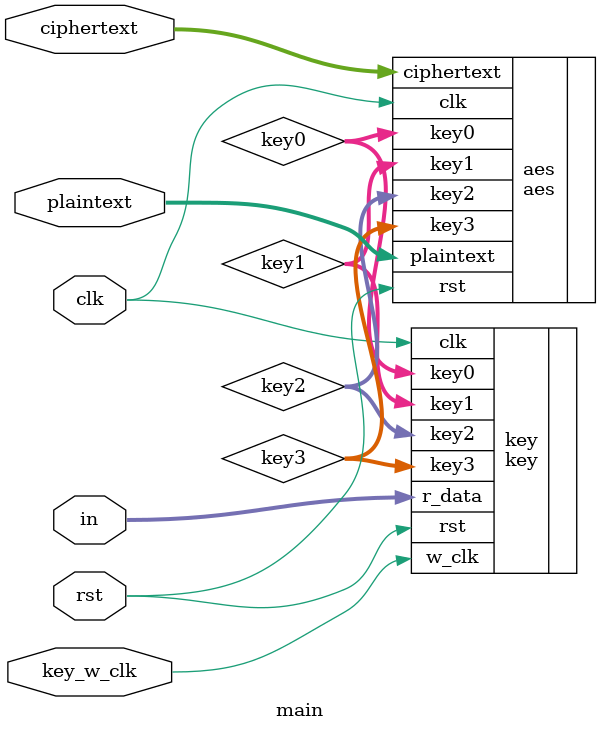
<source format=v>
module main (input clk,
             input rst,
             input key_w_clk,
             input [15:0] in,
             input [127:0] plaintext,
             inout [127:0] ciphertext);
    
    wire [127:0] key0;
    wire [127:0] key1;
    wire [127:0] key2;
    wire [127:0] key3;
    
    aes aes(
    .clk(clk),
    .rst(rst),
    .key0(key0),
    .key1(key1),
    .key2(key2),
    .key3(key3),
    .plaintext(plaintext),
    .ciphertext(ciphertext));
    
    key key(
    .clk(clk),
    .rst(rst),
    .w_clk(key_w_clk),
    .r_data(in),
    .key0(key0),
    .key1(key1),
    .key2(key2),
    .key3(key3)
    );
    
endmodule

</source>
